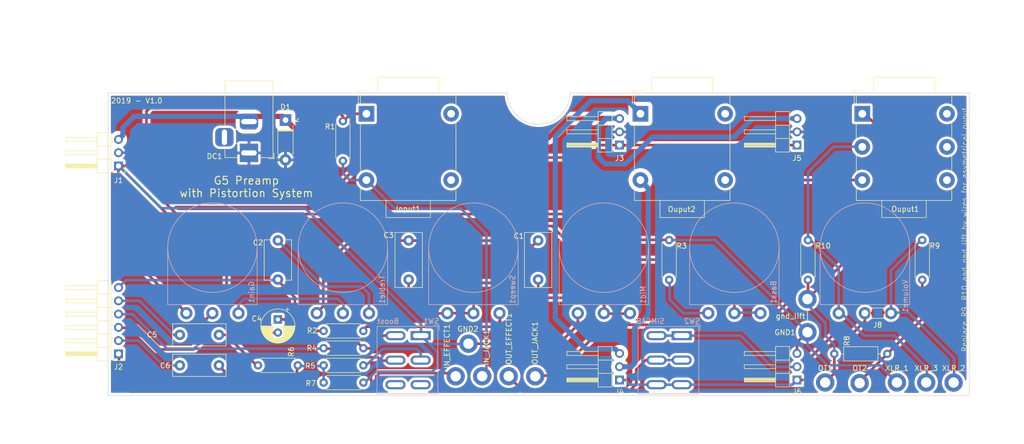
<source format=kicad_pcb>
(kicad_pcb (version 20171130) (host pcbnew "(5.1.0)-1")
  (layers (0 F.Cu signal) (31 B.Cu signal) (34 B.Paste user) (35 F.Paste user) (36 B.SilkS user) (37 F.SilkS user) (38 B.Mask user) (39 F.Mask user) (44 Edge.Cuts user))
  (net 0 "")
  (net 1 +24V)
  (net 2 GND)
  (net 3 "Net-(C1-Pad2)")
  (net 4 "Net-(C1-Pad1)")
  (net 5 "Net-(C2-Pad1)")
  (net 6 "Net-(C4-Pad1)")
  (net 7 "Net-(C5-Pad1)")
  (net 8 "Net-(C6-Pad2)")
  (net 9 "Net-(IN_JACK1-Pad1)")
  (net 10 "Net-(OUT_JACK1-Pad1)")
  (net 11 "Net-(R2-Pad2)")
  (net 12 "Net-(R5-Pad2)")
  (net 13 "Net-(Bass1-Pad1)")
  (net 14 "Net-(Bass1-Pad2)")
  (net 15 "Net-(OUT_EFFECT1-Pad1)")
  (net 16 "Net-(J4-Pad3)")
  (net 17 /SIMCAB_IN)
  (net 18 /SIMCAB_OUT)
  (net 19 "Net-(J4-Pad2)")
  (net 20 "Net-(Gain1-Pad3)")
  (net 21 "Net-(GND1-Pad1)")
  (net 22 "Net-(OT2-Pad1)")
  (net 23 /A_V1A)
  (net 24 /A_V1B)
  (net 25 /G_V2)
  (net 26 /G_V1B)
  (net 27 /IN_EFFECT)
  (net 28 /K_V1B)
  (net 29 "Net-(Ouput1-PadR)")
  (net 30 GNDS)
  (net 31 "Net-(J8-Pad1)")
  (module ProjectLib_main:SW_CK_Lever_DPDT_72xx (layer B.Cu) (at 139.9 148.5 180)
    (fp_text reference SW1 (at -2 2.75) (layer B.SilkS) (effects (justify mirror)))
    (fp_text value Boost (at 6.25 2.75) (layer B.SilkS) (effects (justify mirror)))
    (pad 4 thru_hole oval (at 4.83 0 180) (size 3.85 1.73) (drill oval 2.99 0.96) (layers *.Cu *.Mask) (net 6 "Net-(C4-Pad1)"))
    (pad 6 thru_hole oval (at 4.83 -9.4 180) (size 3.85 1.73) (drill oval 2.99 0.96) (layers *.Cu *.Mask))
    (pad 5 thru_hole oval (at 4.83 -4.7 180) (size 3.85 1.73) (drill oval 2.99 0.96) (layers *.Cu *.Mask) (net 28 /K_V1B))
    (pad 3 thru_hole oval (at 0 -9.4 180) (size 3.85 1.73) (drill oval 2.99 0.96) (layers *.Cu *.Mask))
    (pad 2 thru_hole oval (at 0 -4.7 180) (size 3.85 1.73) (drill oval 2.99 0.96) (layers *.Cu *.Mask) (net 12 "Net-(R5-Pad2)"))
    (pad 1 thru_hole rect (at 0 0 180) (size 3.85 1.73) (drill oval 2.99 0.96) (layers *.Cu *.Mask) (net 30 GNDS))
  )
  (module ProjectLib_main:SW_CK_Lever_DPDT_72xx (layer B.Cu) (at 189.9 148.5 180)
    (fp_text reference SW2 (at -2 2.75) (layer B.SilkS) (effects (justify mirror)))
    (fp_text value SIMCAB (at 6 2.75) (layer B.SilkS) (effects (justify mirror)))
    (pad 4 thru_hole oval (at 4.83 0 180) (size 3.85 1.73) (drill oval 2.99 0.96) (layers *.Cu *.Mask) (net 18 /SIMCAB_OUT))
    (pad 6 thru_hole oval (at 4.83 -9.4 180) (size 3.85 1.73) (drill oval 2.99 0.96) (layers *.Cu *.Mask) (net 17 /SIMCAB_IN))
    (pad 5 thru_hole oval (at 4.83 -4.7 180) (size 3.85 1.73) (drill oval 2.99 0.96) (layers *.Cu *.Mask) (net 15 "Net-(OUT_EFFECT1-Pad1)"))
    (pad 3 thru_hole oval (at 0 -9.4 180) (size 3.85 1.73) (drill oval 2.99 0.96) (layers *.Cu *.Mask) (net 17 /SIMCAB_IN))
    (pad 2 thru_hole oval (at 0 -4.7 180) (size 3.85 1.73) (drill oval 2.99 0.96) (layers *.Cu *.Mask) (net 15 "Net-(OUT_EFFECT1-Pad1)"))
    (pad 1 thru_hole rect (at 0 0 180) (size 3.85 1.73) (drill oval 2.99 0.96) (layers *.Cu *.Mask) (net 18 /SIMCAB_OUT))
  )
  (module ProjectLib_main:Jack_6.35mm_Neutrik_NMJ4HCD2_Horizontal (layer F.Cu) (at 129.5 118.7 90)
    (fp_text reference Input1 (at -5.5 8 180) (layer F.SilkS))
    (fp_text value Input)
    (pad TN thru_hole circle (at 0 16.23 90) (size 3 3) (drill 1.5) (layers *.Cu *.Mask))
    (pad SN thru_hole circle (at 12.7 16.23 90) (size 3 3) (drill 1.5) (layers *.Cu *.Mask))
    (pad T thru_hole circle (at 0 0 90) (size 3 3) (drill 1.5) (layers *.Cu *.Mask) (net 9 "Net-(IN_JACK1-Pad1)"))
    (pad S thru_hole rect (at 12.7 0 90) (size 3 3) (drill 1.5) (layers *.Cu *.Mask) (net 30 GNDS))
  )
  (module ProjectLib_main:Jack_6.35mm_Neutrik_NMJ4HCD2_Horizontal (layer F.Cu) (at 182 118.7 90)
    (fp_text reference Ouput2 (at -5.6 7.9 180) (layer F.SilkS))
    (fp_text value HP)
    (pad TN thru_hole circle (at 0 16.23 90) (size 3 3) (drill 1.5) (layers *.Cu *.Mask))
    (pad SN thru_hole circle (at 12.7 16.23 90) (size 3 3) (drill 1.5) (layers *.Cu *.Mask))
    (pad T thru_hole circle (at 0 0 90) (size 3 3) (drill 1.5) (layers *.Cu *.Mask) (net 19 "Net-(J4-Pad2)"))
    (pad S thru_hole rect (at 12.7 0 90) (size 3 3) (drill 1.5) (layers *.Cu *.Mask) (net 16 "Net-(J4-Pad3)"))
  )
  (module Capacitor_THT:C_Rect_L10.0mm_W4.0mm_P7.50mm_MKS4 (layer F.Cu) (at 101.25 148.35 180)
    (fp_text reference C5 (at 12.8 0 180) (layer F.SilkS))
    (fp_text value 22nF)
    (pad 2 thru_hole circle (at 7.5 0 180) (size 2 2) (drill 1) (layers *.Cu *.Mask) (net 24 /A_V1B))
    (pad 1 thru_hole circle (at 0 0 180) (size 2 2) (drill 1) (layers *.Cu *.Mask) (net 7 "Net-(C5-Pad1)"))
  )
  (module Capacitor_THT:C_Rect_L10.0mm_W4.0mm_P7.50mm_MKS4 (layer F.Cu) (at 93.75 154.2)
    (fp_text reference C6 (at -2.8 0.05) (layer F.SilkS))
    (fp_text value 22nF)
    (pad 2 thru_hole circle (at 7.5 0) (size 2 2) (drill 1) (layers *.Cu *.Mask) (net 8 "Net-(C6-Pad2)"))
    (pad 1 thru_hole circle (at 0 0) (size 2 2) (drill 1) (layers *.Cu *.Mask) (net 25 /G_V2))
  )
  (module Capacitor_THT:C_Rect_L10.3mm_W5.0mm_P7.50mm_MKS4 (layer F.Cu) (at 162.4 130.265 270)
    (fp_text reference C1 (at -0.85 3.7) (layer F.SilkS))
    (fp_text value 47nF)
    (pad 2 thru_hole circle (at 7.5 0 270) (size 2 2) (drill 1) (layers *.Cu *.Mask) (net 3 "Net-(C1-Pad2)"))
    (pad 1 thru_hole circle (at 0 0 270) (size 2 2) (drill 1) (layers *.Cu *.Mask) (net 4 "Net-(C1-Pad1)"))
  )
  (module Capacitor_THT:C_Rect_L10.3mm_W5.0mm_P7.50mm_MKS4 (layer F.Cu) (at 137.6 130.265 270)
    (fp_text reference C3 (at -1 3.85 180) (layer F.SilkS))
    (fp_text value 100nF)
    (pad 2 thru_hole circle (at 7.5 0 270) (size 2 2) (drill 1) (layers *.Cu *.Mask) (net 4 "Net-(C1-Pad1)"))
    (pad 1 thru_hole circle (at 0 0 270) (size 2 2) (drill 1) (layers *.Cu *.Mask) (net 14 "Net-(Bass1-Pad2)"))
  )
  (module Capacitor_THT:CP_Radial_D6.3mm_P2.50mm (layer F.Cu) (at 112.54 145.41 270)
    (fp_text reference C4 (at -0.15 4.05) (layer F.SilkS))
    (fp_text value 22µF/35V)
    (pad 2 thru_hole circle (at 2.5 0 270) (size 1.6 1.6) (drill 0.8) (layers *.Cu *.Mask) (net 30 GNDS))
    (pad 1 thru_hole rect (at 0 0 270) (size 1.6 1.6) (drill 0.8) (layers *.Cu *.Mask) (net 6 "Net-(C4-Pad1)"))
  )
  (module Potentiometer_THT:Potentiometer_Omeg_PC16BU_Vertical (layer B.Cu) (at 95 144.2 90)
    (fp_text reference Gain1 (at 4 12.5 90) (layer B.SilkS) (effects (justify mirror)))
    (fp_text value "1M log")
    (pad 3 thru_hole circle (at 0 10 90) (size 2.34 2.34) (drill 1.3) (layers *.Cu *.Mask) (net 20 "Net-(Gain1-Pad3)"))
    (pad 2 thru_hole circle (at 0 5 90) (size 2.34 2.34) (drill 1.3) (layers *.Cu *.Mask) (net 26 /G_V1B))
    (pad 1 thru_hole circle (at 0 0 90) (size 2.34 2.34) (drill 1.3) (layers *.Cu *.Mask) (net 30 GNDS))
  )
  (module Potentiometer_THT:Potentiometer_Omeg_PC16BU_Vertical (layer B.Cu) (at 145 144.2 90)
    (fp_text reference Sweep1 (at 4.5 12.5 90) (layer B.SilkS) (effects (justify mirror)))
    (fp_text value "50k lin")
    (pad 3 thru_hole circle (at 0 10 90) (size 2.34 2.34) (drill 1.3) (layers *.Cu *.Mask) (net 11 "Net-(R2-Pad2)"))
    (pad 2 thru_hole circle (at 0 5 90) (size 2.34 2.34) (drill 1.3) (layers *.Cu *.Mask) (net 4 "Net-(C1-Pad1)"))
    (pad 1 thru_hole circle (at 0 0 90) (size 2.34 2.34) (drill 1.3) (layers *.Cu *.Mask) (net 4 "Net-(C1-Pad1)"))
  )
  (module Potentiometer_THT:Potentiometer_Omeg_PC16BU_Vertical (layer B.Cu) (at 170 144.2 90)
    (fp_text reference Mid1 (at 3.5 12.5 90) (layer B.SilkS) (effects (justify mirror)))
    (fp_text value "100k log")
    (pad 3 thru_hole circle (at 0 10 90) (size 2.34 2.34) (drill 1.3) (layers *.Cu *.Mask) (net 3 "Net-(C1-Pad2)"))
    (pad 2 thru_hole circle (at 0 5 90) (size 2.34 2.34) (drill 1.3) (layers *.Cu *.Mask) (net 3 "Net-(C1-Pad2)"))
    (pad 1 thru_hole circle (at 0 0 90) (size 2.34 2.34) (drill 1.3) (layers *.Cu *.Mask) (net 30 GNDS))
  )
  (module Potentiometer_THT:Potentiometer_Omeg_PC16BU_Vertical (layer B.Cu) (at 120 144.2 90)
    (fp_text reference Treble1 (at 4.5 12.5 90) (layer B.SilkS) (effects (justify mirror)))
    (fp_text value "250k lin")
    (pad 3 thru_hole circle (at 0 10 90) (size 2.34 2.34) (drill 1.3) (layers *.Cu *.Mask) (net 5 "Net-(C2-Pad1)"))
    (pad 2 thru_hole circle (at 0 5 90) (size 2.34 2.34) (drill 1.3) (layers *.Cu *.Mask) (net 20 "Net-(Gain1-Pad3)"))
    (pad 1 thru_hole circle (at 0 0 90) (size 2.34 2.34) (drill 1.3) (layers *.Cu *.Mask) (net 14 "Net-(Bass1-Pad2)"))
  )
  (module Potentiometer_THT:Potentiometer_Omeg_PC16BU_Vertical (layer B.Cu) (at 195 144.2 90)
    (fp_text reference Bass1 (at 4 12.5 90) (layer B.SilkS) (effects (justify mirror)))
    (fp_text value "250k log")
    (pad 3 thru_hole circle (at 0 10 90) (size 2.34 2.34) (drill 1.3) (layers *.Cu *.Mask) (net 14 "Net-(Bass1-Pad2)"))
    (pad 2 thru_hole circle (at 0 5 90) (size 2.34 2.34) (drill 1.3) (layers *.Cu *.Mask) (net 14 "Net-(Bass1-Pad2)"))
    (pad 1 thru_hole circle (at 0 0 90) (size 2.34 2.34) (drill 1.3) (layers *.Cu *.Mask) (net 13 "Net-(Bass1-Pad1)"))
  )
  (module Potentiometer_THT:Potentiometer_Omeg_PC16BU_Vertical (layer B.Cu) (at 220 144.2 90)
    (fp_text reference Volume1 (at 3.25 12.75 90) (layer B.SilkS) (effects (justify mirror)))
    (fp_text value 1k)
    (pad 3 thru_hole circle (at 0 10 90) (size 2.34 2.34) (drill 1.3) (layers *.Cu *.Mask) (net 31 "Net-(J8-Pad1)"))
    (pad 2 thru_hole circle (at 0 5 90) (size 2.34 2.34) (drill 1.3) (layers *.Cu *.Mask) (net 17 /SIMCAB_IN))
    (pad 1 thru_hole circle (at 0 0 90) (size 2.34 2.34) (drill 1.3) (layers *.Cu *.Mask) (net 29 "Net-(Ouput1-PadR)"))
  )
  (module Connector_Audio:Jack_3.5mm_Neutrik_NMJ6HCD2_Horizontal (layer F.Cu) (at 224.5 118.7 90)
    (fp_text reference Ouput1 (at -5.55 8.25 180) (layer F.SilkS))
    (fp_text value Out)
    (pad S thru_hole rect (at 12.7 0 90) (size 3 3) (drill 1.5) (layers *.Cu *.Mask) (net 21 "Net-(GND1-Pad1)"))
    (pad T thru_hole circle (at 0 0 90) (size 3 3) (drill 1.5) (layers *.Cu *.Mask) (net 10 "Net-(OUT_JACK1-Pad1)"))
    (pad R thru_hole circle (at 6.35 0 90) (size 3 3) (drill 1.5) (layers *.Cu *.Mask) (net 29 "Net-(Ouput1-PadR)"))
    (pad SN thru_hole circle (at 12.7 16.23 90) (size 3 3) (drill 1.5) (layers *.Cu *.Mask))
    (pad TN thru_hole circle (at 0 16.23 90) (size 3 3) (drill 1.5) (layers *.Cu *.Mask))
    (pad RN thru_hole circle (at 6.35 16.23 90) (size 3 3) (drill 1.5) (layers *.Cu *.Mask))
  )
  (module Diode_THT:D_DO-41_SOD81_P7.62mm_Horizontal (layer F.Cu) (at 114 107.2 270)
    (fp_text reference D1 (at -2.5 0) (layer F.SilkS))
    (fp_text value 1N4007)
    (fp_text user K (at 0 -2.1 270) (layer F.SilkS))
    (pad 1 thru_hole rect (at 0 0 270) (size 2.2 2.2) (drill 1.1) (layers *.Cu *.Mask) (net 1 +24V))
    (pad 2 thru_hole oval (at 7.62 0 270) (size 2.2 2.2) (drill 1.1) (layers *.Cu *.Mask) (net 2 GND))
  )
  (module Connector_Wire:SolderWirePad_1x01_Drill2mm (layer F.Cu) (at 224 157.6)
    (fp_text reference OT2 (at 0 -2.85) (layer F.SilkS))
    (fp_text value 125A)
    (pad 1 thru_hole circle (at 0 0) (size 3.5 3.5) (drill 2) (layers *.Cu *.Mask) (net 22 "Net-(OT2-Pad1)"))
  )
  (module Connector_Wire:SolderWirePad_1x01_Drill2mm (layer F.Cu) (at 217.4 157.48)
    (fp_text reference OT1 (at 0 -2.73) (layer F.SilkS))
    (fp_text value 125A)
    (pad 1 thru_hole circle (at 0 0) (size 3.5 3.5) (drill 2) (layers *.Cu *.Mask) (net 21 "Net-(GND1-Pad1)"))
  )
  (module Connector_BarrelJack:BarrelJack_Horizontal (layer F.Cu) (at 107 113.5 270)
    (fp_text reference DC1 (at 0.65 6.6) (layer F.SilkS))
    (fp_text value Barrel_Jack)
    (pad 1 thru_hole rect (at 0 0 270) (size 3.5 3.5) (drill oval 1 3) (layers *.Cu *.Mask) (net 2 GND))
    (pad 2 thru_hole roundrect (at -6 0 270) (size 3 3.5) (drill oval 1 3) (layers *.Cu *.Mask) (net 1 +24V))
    (pad 3 thru_hole roundrect (at -3 4.7 270) (size 3.5 3.5) (drill oval 3 1) (layers *.Cu *.Mask))
  )
  (module Connector_Wire:SolderWirePad_1x02_P7.62mm_Drill2mm (layer F.Cu) (at 214 141.5 270)
    (fp_text reference GND1 (at 6.4 4.3) (layer F.SilkS))
    (fp_text value GND)
    (pad 1 thru_hole circle (at 0 0 270) (size 3.5 3.5) (drill 2) (layers *.Cu *.Mask) (net 21 "Net-(GND1-Pad1)"))
    (pad 2 thru_hole circle (at 6.35 0 270) (size 3.5 3.5) (drill 2) (layers *.Cu *.Mask) (net 30 GNDS))
  )
  (module Connector_Wire:SolderWirePad_1x01_Drill2mm (layer F.Cu) (at 231.14 157.48)
    (fp_text reference XLR_1 (at 0 -2.73) (layer F.SilkS))
    (fp_text value 1)
    (pad 1 thru_hole circle (at 0 0) (size 3.5 3.5) (drill 2) (layers *.Cu *.Mask) (net 30 GNDS))
  )
  (module Connector_Wire:SolderWirePad_1x01_Drill2mm (layer F.Cu) (at 242 157.5)
    (fp_text reference XLR_2 (at 0 -2.75) (layer F.SilkS))
    (fp_text value 2)
    (pad 1 thru_hole circle (at 0 0) (size 3.5 3.5) (drill 2) (layers *.Cu *.Mask) (net 31 "Net-(J8-Pad1)"))
  )
  (module Connector_Wire:SolderWirePad_1x01_Drill2mm (layer F.Cu) (at 236.75 157.48)
    (fp_text reference XLR_3 (at 0 -2.73) (layer F.SilkS))
    (fp_text value 3)
    (pad 1 thru_hole circle (at 0 0) (size 3.5 3.5) (drill 2) (layers *.Cu *.Mask) (net 29 "Net-(Ouput1-PadR)"))
  )
  (module Capacitor_THT:C_Disc_D7.5mm_W5.0mm_P7.50mm (layer F.Cu) (at 112.54 130.26 270)
    (fp_text reference C2 (at 0.43 3.8) (layer F.SilkS))
    (fp_text value 250pF)
    (pad 1 thru_hole circle (at 0 0 270) (size 2 2) (drill 1) (layers *.Cu *.Mask) (net 5 "Net-(C2-Pad1)"))
    (pad 2 thru_hole circle (at 7.5 0 270) (size 2 2) (drill 1) (layers *.Cu *.Mask) (net 23 /A_V1A))
  )
  (module Jumper:SolderJumper-2_P1.3mm_Open_Pad1.0x1.5mm (layer F.Cu) (at 227.45 144.2 180)
    (fp_text reference J8 (at 0 -2.25 180) (layer F.SilkS))
    (fp_text value "LEVEL 3-2")
    (pad 2 smd rect (at 0.65 0 180) (size 1 1.5) (layers F.Cu F.Mask) (net 17 /SIMCAB_IN))
    (pad 1 smd rect (at -0.65 0 180) (size 1 1.5) (layers F.Cu F.Mask) (net 31 "Net-(J8-Pad1)"))
  )
  (module Resistor_THT:R_Axial_DIN0207_L6.3mm_D2.5mm_P7.62mm_Horizontal (layer F.Cu) (at 125 115.02 90)
    (fp_text reference R1 (at 6.55 -2.46 180) (layer F.SilkS))
    (fp_text value 1M)
    (pad 1 thru_hole circle (at 0 0 90) (size 1.6 1.6) (drill 0.8) (layers *.Cu *.Mask) (net 9 "Net-(IN_JACK1-Pad1)"))
    (pad 2 thru_hole oval (at 7.62 0 90) (size 1.6 1.6) (drill 0.8) (layers *.Cu *.Mask) (net 30 GNDS))
  )
  (module Resistor_THT:R_Axial_DIN0207_L6.3mm_D2.5mm_P7.62mm_Horizontal (layer F.Cu) (at 121.3 147.6)
    (fp_text reference R2 (at -2.2 -0.05) (layer F.SilkS))
    (fp_text value 47k)
    (pad 1 thru_hole circle (at 0 0) (size 1.6 1.6) (drill 0.8) (layers *.Cu *.Mask) (net 23 /A_V1A))
    (pad 2 thru_hole oval (at 7.62 0) (size 1.6 1.6) (drill 0.8) (layers *.Cu *.Mask) (net 11 "Net-(R2-Pad2)"))
  )
  (module Resistor_THT:R_Axial_DIN0207_L6.3mm_D2.5mm_P7.62mm_Horizontal (layer F.Cu) (at 187.5 137.82 90)
    (fp_text reference R3 (at 6.5 2.4 180) (layer F.SilkS))
    (fp_text value 15k)
    (pad 1 thru_hole circle (at 0 0 90) (size 1.6 1.6) (drill 0.8) (layers *.Cu *.Mask) (net 13 "Net-(Bass1-Pad1)"))
    (pad 2 thru_hole oval (at 7.62 0 90) (size 1.6 1.6) (drill 0.8) (layers *.Cu *.Mask) (net 30 GNDS))
  )
  (module Resistor_THT:R_Axial_DIN0207_L6.3mm_D2.5mm_P7.62mm_Horizontal (layer F.Cu) (at 121.3 150.9)
    (fp_text reference R4 (at -2.25 0) (layer F.SilkS))
    (fp_text value 100k)
    (pad 2 thru_hole oval (at 7.62 0) (size 1.6 1.6) (drill 0.8) (layers *.Cu *.Mask) (net 6 "Net-(C4-Pad1)"))
    (pad 1 thru_hole circle (at 0 0) (size 1.6 1.6) (drill 0.8) (layers *.Cu *.Mask) (net 28 /K_V1B))
  )
  (module Resistor_THT:R_Axial_DIN0207_L6.3mm_D2.5mm_P7.62mm_Horizontal (layer F.Cu) (at 121.3 154.2)
    (fp_text reference R5 (at -2.55 0.1) (layer F.SilkS))
    (fp_text value 100k)
    (pad 1 thru_hole circle (at 0 0) (size 1.6 1.6) (drill 0.8) (layers *.Cu *.Mask) (net 8 "Net-(C6-Pad2)"))
    (pad 2 thru_hole oval (at 7.62 0) (size 1.6 1.6) (drill 0.8) (layers *.Cu *.Mask) (net 12 "Net-(R5-Pad2)"))
  )
  (module Resistor_THT:R_Axial_DIN0207_L6.3mm_D2.5mm_P7.62mm_Horizontal (layer F.Cu) (at 108.73 154.2)
    (fp_text reference R6 (at 6.35 -2.6 -270) (layer F.SilkS))
    (fp_text value 470k)
    (pad 2 thru_hole oval (at 7.62 0) (size 1.6 1.6) (drill 0.8) (layers *.Cu *.Mask) (net 8 "Net-(C6-Pad2)"))
    (pad 1 thru_hole circle (at 0 0) (size 1.6 1.6) (drill 0.8) (layers *.Cu *.Mask) (net 7 "Net-(C5-Pad1)"))
  )
  (module Resistor_THT:R_Axial_DIN0207_L6.3mm_D2.5mm_P7.62mm_Horizontal (layer F.Cu) (at 121.3 157.5)
    (fp_text reference R7 (at -2.45 0.15) (layer F.SilkS))
    (fp_text value 470k)
    (pad 2 thru_hole oval (at 7.62 0) (size 1.6 1.6) (drill 0.8) (layers *.Cu *.Mask) (net 30 GNDS))
    (pad 1 thru_hole circle (at 0 0) (size 1.6 1.6) (drill 0.8) (layers *.Cu *.Mask) (net 8 "Net-(C6-Pad2)"))
  )
  (module Resistor_THT:R_Axial_DIN0207_L6.3mm_D2.5mm_P10.16mm_Horizontal (layer F.Cu) (at 229.3 152 180)
    (fp_text reference R8 (at 7.75 2.5 270) (layer F.SilkS))
    (fp_text value 100R/2W)
    (pad 1 thru_hole circle (at 0 0 180) (size 1.6 1.6) (drill 0.8) (layers *.Cu *.Mask) (net 22 "Net-(OT2-Pad1)"))
    (pad 2 thru_hole oval (at 10.16 0 180) (size 1.6 1.6) (drill 0.8) (layers *.Cu *.Mask) (net 21 "Net-(GND1-Pad1)"))
  )
  (module Resistor_THT:R_Axial_DIN0207_L6.3mm_D2.5mm_P7.62mm_Horizontal (layer F.Cu) (at 236 130.2 270)
    (fp_text reference R9 (at 1.1 -2.4) (layer F.SilkS))
    (fp_text value 330R)
    (pad 2 thru_hole oval (at 7.62 0 270) (size 1.6 1.6) (drill 0.8) (layers *.Cu *.Mask) (net 22 "Net-(OT2-Pad1)"))
    (pad 1 thru_hole circle (at 0 0 270) (size 1.6 1.6) (drill 0.8) (layers *.Cu *.Mask) (net 31 "Net-(J8-Pad1)"))
  )
  (module Resistor_THT:R_Axial_DIN0207_L6.3mm_D2.5mm_P7.62mm_Horizontal (layer F.Cu) (at 214.1 130.2 270)
    (fp_text reference R10 (at 1.1 -2.9) (layer F.SilkS))
    (fp_text value 330R)
    (pad 1 thru_hole circle (at 0 0 270) (size 1.6 1.6) (drill 0.8) (layers *.Cu *.Mask) (net 29 "Net-(Ouput1-PadR)"))
    (pad 2 thru_hole oval (at 7.62 0 270) (size 1.6 1.6) (drill 0.8) (layers *.Cu *.Mask) (net 21 "Net-(GND1-Pad1)"))
  )
  (module Connector_Wire:SolderWirePad_1x01_Drill2mm (layer F.Cu) (at 146.6 156.3 90)
    (fp_text reference IN_EFFECT1 (at 5.75 -1.65 90) (layer F.SilkS))
    (fp_text value IN_EFFECT)
    (pad 1 thru_hole circle (at 0 0 90) (size 3.5 3.5) (drill 2) (layers *.Cu *.Mask) (net 27 /IN_EFFECT))
  )
  (module Connector_Wire:SolderWirePad_1x01_Drill2mm (layer F.Cu) (at 151.1 156.28)
    (fp_text reference IN_JACK1 (at 1.4 -5.48 90) (layer F.SilkS))
    (fp_text value IN_JACK)
    (pad 1 thru_hole circle (at 0.58 0) (size 3.5 3.5) (drill 2) (layers *.Cu *.Mask) (net 9 "Net-(IN_JACK1-Pad1)"))
  )
  (module Connector_Wire:SolderWirePad_1x01_Drill2mm (layer F.Cu) (at 155.6 156.28)
    (fp_text reference OUT_EFFECT1 (at 1.2 -7.18 90) (layer F.SilkS))
    (fp_text value 1)
    (pad 1 thru_hole circle (at 1.16 0) (size 3.5 3.5) (drill 2) (layers *.Cu *.Mask) (net 15 "Net-(OUT_EFFECT1-Pad1)"))
  )
  (module Connector_Wire:SolderWirePad_1x01_Drill2mm (layer F.Cu) (at 160.1 156.3)
    (fp_text reference OUT_JACK1 (at 1.7 -6.4 90) (layer F.SilkS))
    (fp_text value 1)
    (pad 1 thru_hole circle (at 1.74 0) (size 3.5 3.5) (drill 2) (layers *.Cu *.Mask) (net 10 "Net-(OUT_JACK1-Pad1)"))
  )
  (module Connector_PinHeader_2.54mm:PinHeader_1x03_P2.54mm_Horizontal (layer F.Cu) (at 82 116 180)
    (fp_text reference J1 (at 0 -2.75 180) (layer F.SilkS))
    (fp_text value PSU_TUBE)
    (pad 1 thru_hole rect (at 0 0 180) (size 1.7 1.7) (drill 1) (layers *.Cu *.Mask) (net 30 GNDS))
    (pad 2 thru_hole oval (at 0 2.54 180) (size 1.7 1.7) (drill 1) (layers *.Cu *.Mask) (net 2 GND))
    (pad 3 thru_hole oval (at 0 5.08 180) (size 1.7 1.7) (drill 1) (layers *.Cu *.Mask) (net 1 +24V))
  )
  (module Connector_PinHeader_2.54mm:PinHeader_1x03_P2.54mm_Horizontal (layer F.Cu) (at 178 112 180)
    (fp_text reference J3 (at 0 -2.5 180) (layer F.SilkS))
    (fp_text value PSU_AMP)
    (pad 3 thru_hole oval (at 0 5.08 180) (size 1.7 1.7) (drill 1) (layers *.Cu *.Mask) (net 1 +24V))
    (pad 2 thru_hole oval (at 0 2.54 180) (size 1.7 1.7) (drill 1) (layers *.Cu *.Mask) (net 2 GND))
    (pad 1 thru_hole rect (at 0 0 180) (size 1.7 1.7) (drill 1) (layers *.Cu *.Mask) (net 30 GNDS))
  )
  (module Connector_PinHeader_2.54mm:PinHeader_1x03_P2.54mm_Horizontal (layer F.Cu) (at 212 112 180)
    (fp_text reference J5 (at 0 -2.5 180) (layer F.SilkS))
    (fp_text value PSU_SIMCAB)
    (pad 1 thru_hole rect (at 0 0 180) (size 1.7 1.7) (drill 1) (layers *.Cu *.Mask) (net 30 GNDS))
    (pad 2 thru_hole oval (at 0 2.54 180) (size 1.7 1.7) (drill 1) (layers *.Cu *.Mask) (net 2 GND))
    (pad 3 thru_hole oval (at 0 5.08 180) (size 1.7 1.7) (drill 1) (layers *.Cu *.Mask) (net 1 +24V))
  )
  (module Connector_PinHeader_2.54mm:PinHeader_1x06_P2.54mm_Horizontal (layer F.Cu) (at 82 152 180)
    (fp_text reference J2 (at 0 -2.5 180) (layer F.SilkS))
    (fp_text value PCB_TUBE)
    (pad 1 thru_hole rect (at 0 0 180) (size 1.7 1.7) (drill 1) (layers *.Cu *.Mask) (net 27 /IN_EFFECT))
    (pad 2 thru_hole oval (at 0 2.54 180) (size 1.7 1.7) (drill 1) (layers *.Cu *.Mask) (net 25 /G_V2))
    (pad 3 thru_hole oval (at 0 5.08 180) (size 1.7 1.7) (drill 1) (layers *.Cu *.Mask) (net 26 /G_V1B))
    (pad 4 thru_hole oval (at 0 7.62 180) (size 1.7 1.7) (drill 1) (layers *.Cu *.Mask) (net 28 /K_V1B))
    (pad 5 thru_hole oval (at 0 10.16 180) (size 1.7 1.7) (drill 1) (layers *.Cu *.Mask) (net 24 /A_V1B))
    (pad 6 thru_hole oval (at 0 12.7 180) (size 1.7 1.7) (drill 1) (layers *.Cu *.Mask) (net 23 /A_V1A))
  )
  (module Connector_PinHeader_2.54mm:PinHeader_1x03_P2.54mm_Horizontal (layer F.Cu) (at 212 157 180)
    (fp_text reference J6 (at 0 -2.27 180) (layer F.SilkS))
    (fp_text value SIMCAB)
    (pad 1 thru_hole rect (at 0 0 180) (size 1.7 1.7) (drill 1) (layers *.Cu *.Mask) (net 17 /SIMCAB_IN))
    (pad 2 thru_hole oval (at 0 2.54 180) (size 1.7 1.7) (drill 1) (layers *.Cu *.Mask) (net 18 /SIMCAB_OUT))
    (pad 3 thru_hole oval (at 0 5.08 180) (size 1.7 1.7) (drill 1) (layers *.Cu *.Mask) (net 30 GNDS))
  )
  (module Connector_PinHeader_2.54mm:PinHeader_1x03_P2.54mm_Horizontal (layer F.Cu) (at 178 157 180)
    (fp_text reference J4 (at 0 -2.27 180) (layer F.SilkS))
    (fp_text value AMP)
    (pad 3 thru_hole oval (at 0 5.08 180) (size 1.7 1.7) (drill 1) (layers *.Cu *.Mask) (net 16 "Net-(J4-Pad3)"))
    (pad 2 thru_hole oval (at 0 2.54 180) (size 1.7 1.7) (drill 1) (layers *.Cu *.Mask) (net 19 "Net-(J4-Pad2)"))
    (pad 1 thru_hole rect (at 0 0 180) (size 1.7 1.7) (drill 1) (layers *.Cu *.Mask) (net 17 /SIMCAB_IN))
  )
  (module Connector_Wire:SolderWirePad_1x01_Drill2mm (layer F.Cu) (at 149.05 150.05)
    (fp_text reference GND2 (at -0.1 -2.8) (layer F.SilkS))
    (fp_text value MASSE)
    (pad 1 thru_hole circle (at 0 0) (size 3.5 3.5) (drill 2) (layers *.Cu *.Mask) (net 30 GNDS))
  )
  (gr_text "2019 - V1.0" (at 85.5 103.5) (layer F.SilkS) (effects (font (size 1 1))))
  (gr_text "G5 Preamp\nwith Pistortion System" (at 106.5 120) (layer F.SilkS) (effects (font (size 1.5 1.5) (thickness 0.2))))
  (gr_text "Replace R9, R10 and gnd_lift by wires for asymetrical ouput" (at 244.1 128.2 90) (layer F.SilkS) (effects (font (size 1 1) (thickness 0.1))))
  (gr_text gnd_lift (at 210.75 144.75) (layer F.SilkS) (effects (font (size 1 1))))
  (gr_line (start 214 143.5) (end 214 145.75) (layer F.SilkS) (width 0.15))
  (gr_arc (start 162.5 102) (end 156.5 102) (angle -180) (layer Edge.Cuts) (width 0.1))
  (gr_line (start 80 102) (end 156.5 102) (layer Edge.Cuts) (width 0.1))
  (gr_line (start 80 160) (end 80 102) (layer Edge.Cuts) (width 0.1))
  (gr_line (start 245 102) (end 168.5 102) (layer Edge.Cuts) (width 0.1))
  (gr_line (start 245 160) (end 245 102) (layer Edge.Cuts) (width 0.1))
  (gr_line (start 80 160) (end 245 160) (layer Edge.Cuts) (width 0.1))
  (segment (start 82.849999 110.070001) (end 82 110.92) (width 1) (layer B.Cu) (net 1))
  (segment (start 82.849999 108.650001) (end 82.849999 110.070001) (width 1) (layer B.Cu) (net 1))
  (segment (start 85 106.5) (end 82.849999 108.650001) (width 1) (layer B.Cu) (net 1))
  (segment (start 108 106.6) (end 107.9 106.5) (width 1) (layer B.Cu) (net 1))
  (segment (start 107.9 106.5) (end 85 106.5) (width 1) (layer B.Cu) (net 1))
  (segment (start 175.45 106.9) (end 178.1 106.9) (width 1) (layer B.Cu) (net 1))
  (segment (start 173.95 108.4) (end 175.45 106.9) (width 1) (layer B.Cu) (net 1))
  (segment (start 173.95 114.3) (end 173.95 108.4) (width 1) (layer B.Cu) (net 1))
  (segment (start 203.5 106.9) (end 199.95 110.45) (width 1) (layer B.Cu) (net 1))
  (segment (start 212 106.9) (end 203.5 106.9) (width 1) (layer B.Cu) (net 1))
  (segment (start 199.95 110.45) (end 184.3 110.45) (width 1) (layer B.Cu) (net 1))
  (segment (start 184.3 110.45) (end 179.15 115.6) (width 1) (layer B.Cu) (net 1))
  (segment (start 179.15 115.6) (end 175.25 115.6) (width 1) (layer B.Cu) (net 1))
  (segment (start 175.25 115.6) (end 173.95 114.3) (width 1) (layer B.Cu) (net 1))
  (segment (start 164.357954 110.6) (end 168.057954 106.9) (width 1) (layer F.Cu) (net 1))
  (segment (start 168.057954 106.9) (end 178.1 106.9) (width 1) (layer F.Cu) (net 1))
  (segment (start 113.4 106.5) (end 117.5 110.6) (width 1) (layer F.Cu) (net 1))
  (segment (start 108 106.6) (end 108.1 106.5) (width 1) (layer F.Cu) (net 1))
  (segment (start 108.1 106.5) (end 113.4 106.5) (width 1) (layer F.Cu) (net 1))
  (segment (start 117.5 110.6) (end 164.357954 110.6) (width 1) (layer F.Cu) (net 1))
  (segment (start 162.415647 137.884353) (end 162.45 137.85) (width 0.5) (layer F.Cu) (net 3))
  (segment (start 162.415647 140.525647) (end 162.415647 137.884353) (width 0.5) (layer F.Cu) (net 3))
  (segment (start 175.2 144.3) (end 175.1 144.2) (width 0.5) (layer F.Cu) (net 3))
  (segment (start 180 144.3) (end 175.2 144.3) (width 0.5) (layer F.Cu) (net 3))
  (segment (start 175.1 144.2) (end 175.1 142.8) (width 0.5) (layer F.Cu) (net 3))
  (segment (start 175.1 142.8) (end 173.55 141.25) (width 0.5) (layer F.Cu) (net 3))
  (segment (start 173.55 141.25) (end 163.14 141.25) (width 0.5) (layer F.Cu) (net 3))
  (segment (start 163.14 141.25) (end 162.415647 140.525647) (width 0.5) (layer F.Cu) (net 3))
  (segment (start 145 144.2) (end 150 144.2) (width 0.5) (layer F.Cu) (net 4))
  (segment (start 144.904186 144.254186) (end 144.95 144.3) (width 0.5) (layer F.Cu) (net 4))
  (segment (start 141.104186 144.254186) (end 144.904186 144.254186) (width 0.5) (layer F.Cu) (net 4))
  (segment (start 137.6 137.765) (end 137.6 140.75) (width 0.5) (layer F.Cu) (net 4))
  (segment (start 137.6 140.75) (end 141.104186 144.254186) (width 0.5) (layer F.Cu) (net 4))
  (segment (start 150.05 139.09) (end 150.05 144.15) (width 0.5) (layer F.Cu) (net 4))
  (segment (start 150.74 138.4) (end 150.05 139.09) (width 0.5) (layer F.Cu) (net 4))
  (segment (start 162.4 130.2) (end 154.2 138.4) (width 0.5) (layer F.Cu) (net 4))
  (segment (start 154.2 138.4) (end 150.74 138.4) (width 0.5) (layer F.Cu) (net 4))
  (segment (start 130 140.55) (end 130 144.15) (width 0.5) (layer B.Cu) (net 5))
  (segment (start 128.55 139.1) (end 130 140.55) (width 0.5) (layer B.Cu) (net 5))
  (segment (start 112.32 130.1) (end 121.32 139.1) (width 0.5) (layer B.Cu) (net 5))
  (segment (start 121.32 139.1) (end 128.55 139.1) (width 0.5) (layer B.Cu) (net 5))
  (segment (start 130.25 150.95) (end 131.6 149.6) (width 0.5) (layer F.Cu) (net 6))
  (segment (start 128.87 150.95) (end 130.25 150.95) (width 0.5) (layer F.Cu) (net 6))
  (segment (start 135.4 148.5) (end 135.6 148.7) (width 0.5) (layer B.Cu) (net 6))
  (segment (start 131.6 149.6) (end 132.7 148.5) (width 0.5) (layer F.Cu) (net 6))
  (segment (start 132.7 148.5) (end 135.4 148.5) (width 0.5) (layer F.Cu) (net 6))
  (segment (start 127.25 149.3) (end 128.85 150.9) (width 0.5) (layer F.Cu) (net 6))
  (segment (start 117.734002 149.3) (end 127.25 149.3) (width 0.5) (layer F.Cu) (net 6))
  (segment (start 112.4 145.41) (end 113.844002 145.41) (width 0.5) (layer F.Cu) (net 6))
  (segment (start 113.844002 145.41) (end 117.734002 149.3) (width 0.5) (layer F.Cu) (net 6))
  (segment (start 102.6 148.35) (end 108.6 154.35) (width 0.5) (layer F.Cu) (net 7))
  (segment (start 101.25 148.35) (end 102.6 148.35) (width 0.5) (layer F.Cu) (net 7))
  (segment (start 121.3 157.45) (end 121.3 154.45) (width 0.5) (layer B.Cu) (net 8))
  (segment (start 121.3 154.333332) (end 116.216668 154.333332) (width 0.5) (layer B.Cu) (net 8))
  (segment (start 101.25 154.3) (end 102.249999 155.299999) (width 0.5) (layer F.Cu) (net 8))
  (segment (start 102.249999 155.299999) (end 103.8 156.85) (width 0.5) (layer F.Cu) (net 8))
  (segment (start 103.8 156.85) (end 114.95 156.85) (width 0.5) (layer F.Cu) (net 8))
  (segment (start 114.95 156.85) (end 116.2 155.6) (width 0.5) (layer F.Cu) (net 8))
  (segment (start 116.2 155.6) (end 116.2 154.35) (width 0.5) (layer F.Cu) (net 8))
  (segment (start 127.37868 118.7) (end 129.5 118.7) (width 0.5) (layer B.Cu) (net 9))
  (segment (start 126.31863 118.7) (end 127.37868 118.7) (width 0.5) (layer B.Cu) (net 9))
  (segment (start 125 115.1) (end 125 117.38137) (width 0.5) (layer B.Cu) (net 9))
  (segment (start 125 117.38137) (end 126.31863 118.7) (width 0.5) (layer B.Cu) (net 9))
  (segment (start 151.7 156.3) (end 152.5 155.5) (width 0.5) (layer B.Cu) (net 9))
  (segment (start 147.6 124.15) (end 134.95 124.15) (width 0.5) (layer B.Cu) (net 9))
  (segment (start 129.4 119) (end 129.4 118.7) (width 0.5) (layer B.Cu) (net 9))
  (segment (start 152.5 155.5) (end 152.5 129.05) (width 0.5) (layer B.Cu) (net 9))
  (segment (start 134.95 124.15) (end 129.8 119) (width 0.5) (layer B.Cu) (net 9))
  (segment (start 152.5 129.05) (end 147.6 124.15) (width 0.5) (layer B.Cu) (net 9))
  (segment (start 129.8 119) (end 129.4 119) (width 0.5) (layer B.Cu) (net 9))
  (segment (start 161.763473 156.163473) (end 161.8 156.2) (width 0.5) (layer F.Cu) (net 10))
  (segment (start 165.636527 156.163473) (end 161.763473 156.163473) (width 0.5) (layer F.Cu) (net 10))
  (segment (start 224.5 118.7) (end 211.7 118.7) (width 0.5) (layer F.Cu) (net 10))
  (segment (start 211.7 118.7) (end 210.1 120.3) (width 0.5) (layer F.Cu) (net 10))
  (segment (start 210.1 120.3) (end 210.1 142.25) (width 0.5) (layer F.Cu) (net 10))
  (segment (start 205.931453 146.418547) (end 175.381453 146.418547) (width 0.5) (layer F.Cu) (net 10))
  (segment (start 210.1 142.25) (end 205.931453 146.418547) (width 0.5) (layer F.Cu) (net 10))
  (segment (start 175.381453 146.418547) (end 165.636527 156.163473) (width 0.5) (layer F.Cu) (net 10))
  (segment (start 155.1 145.7) (end 155.1 144.2) (width 0.5) (layer F.Cu) (net 11))
  (segment (start 154 146.8) (end 155.1 145.7) (width 0.5) (layer F.Cu) (net 11))
  (segment (start 128.8 147.5) (end 129.5 146.8) (width 0.5) (layer F.Cu) (net 11))
  (segment (start 129.5 146.8) (end 154 146.8) (width 0.5) (layer F.Cu) (net 11))
  (segment (start 139.9 151.835) (end 139.115 151.05) (width 0.5) (layer B.Cu) (net 12))
  (segment (start 139.9 153.2) (end 139.9 151.835) (width 0.5) (layer B.Cu) (net 12))
  (segment (start 139.115 151.05) (end 132.6 151.05) (width 0.5) (layer B.Cu) (net 12))
  (segment (start 132.6 151.05) (end 129.3 154.35) (width 0.5) (layer B.Cu) (net 12))
  (segment (start 129.3 154.35) (end 128.9 154.35) (width 0.5) (layer B.Cu) (net 12))
  (segment (start 190.2 144.2) (end 195 144.2) (width 0.5) (layer B.Cu) (net 13))
  (segment (start 187.6 141.6) (end 190.2 144.2) (width 0.5) (layer B.Cu) (net 13))
  (segment (start 187.55 137.85) (end 187.6 137.9) (width 0.5) (layer B.Cu) (net 13))
  (segment (start 187.6 137.9) (end 187.6 141.6) (width 0.5) (layer B.Cu) (net 13))
  (segment (start 200.1 144.1) (end 205 144.1) (width 0.5) (layer B.Cu) (net 14))
  (segment (start 200 139.5) (end 200 144.1) (width 0.5) (layer F.Cu) (net 14))
  (segment (start 194.45 133.95) (end 200 139.5) (width 0.5) (layer F.Cu) (net 14))
  (segment (start 171.49 133.95) (end 194.45 133.95) (width 0.5) (layer F.Cu) (net 14))
  (segment (start 165.04 127.5) (end 171.49 133.95) (width 0.5) (layer F.Cu) (net 14))
  (segment (start 121.24607 142.85393) (end 121.24607 135.50393) (width 0.5) (layer F.Cu) (net 14))
  (segment (start 121.24607 135.50393) (end 126.45 130.3) (width 0.5) (layer F.Cu) (net 14))
  (segment (start 119.9 144.2) (end 121.24607 142.85393) (width 0.5) (layer F.Cu) (net 14))
  (segment (start 126.45 130.3) (end 157.1 130.3) (width 0.5) (layer F.Cu) (net 14))
  (segment (start 200 144.1) (end 200.1 144.2) (width 0.5) (layer F.Cu) (net 14))
  (segment (start 157.1 130.3) (end 159.9 127.5) (width 0.5) (layer F.Cu) (net 14))
  (segment (start 159.9 127.5) (end 165.04 127.5) (width 0.5) (layer F.Cu) (net 14))
  (segment (start 185.17 153.2) (end 187.345 153.2) (width 0.5) (layer B.Cu) (net 15))
  (segment (start 187.345 153.2) (end 190.1 153.2) (width 0.5) (layer B.Cu) (net 15))
  (segment (start 159.59999 159.19999) (end 156.9 156.5) (width 0.5) (layer F.Cu) (net 15))
  (segment (start 179.80001 159.19999) (end 159.59999 159.19999) (width 0.5) (layer F.Cu) (net 15))
  (segment (start 181.2 157.8) (end 179.80001 159.19999) (width 0.5) (layer F.Cu) (net 15))
  (segment (start 181.2 154.995) (end 181.2 157.8) (width 0.5) (layer F.Cu) (net 15))
  (segment (start 185.17 153.2) (end 182.995 153.2) (width 0.5) (layer F.Cu) (net 15))
  (segment (start 182.995 153.2) (end 181.2 154.995) (width 0.5) (layer F.Cu) (net 15))
  (segment (start 179.6 103.5) (end 181.9 105.8) (width 1) (layer B.Cu) (net 16))
  (segment (start 177.150001 151.070001) (end 171.570001 151.070001) (width 1) (layer B.Cu) (net 16))
  (segment (start 178 151.92) (end 177.150001 151.070001) (width 1) (layer B.Cu) (net 16))
  (segment (start 171.570001 151.070001) (end 165.7 145.2) (width 1) (layer B.Cu) (net 16))
  (segment (start 165.7 145.2) (end 165.7 110.3) (width 1) (layer B.Cu) (net 16))
  (segment (start 165.7 110.3) (end 172.5 103.5) (width 1) (layer B.Cu) (net 16))
  (segment (start 172.5 103.5) (end 179.6 103.5) (width 1) (layer B.Cu) (net 16))
  (segment (start 179.1 157) (end 180 157.9) (width 0.5) (layer B.Cu) (net 17))
  (segment (start 178 157) (end 179.1 157) (width 0.5) (layer B.Cu) (net 17))
  (segment (start 180 157.9) (end 185.2 157.9) (width 0.5) (layer B.Cu) (net 17))
  (segment (start 185.2 157.9) (end 190.1 157.9) (width 0.5) (layer B.Cu) (net 17))
  (segment (start 190 157.9) (end 211.1 157.9) (width 0.5) (layer B.Cu) (net 17))
  (segment (start 211.1 157.9) (end 212 157) (width 0.5) (layer B.Cu) (net 17))
  (segment (start 226.7 144.2) (end 225 144.2) (width 0.5) (layer F.Cu) (net 17))
  (segment (start 225 145.75) (end 225 144.2) (width 0.5) (layer F.Cu) (net 17))
  (segment (start 213.8 157) (end 214.4 156.4) (width 0.5) (layer F.Cu) (net 17))
  (segment (start 212 157) (end 213.8 157) (width 0.5) (layer F.Cu) (net 17))
  (segment (start 214.4 156.4) (end 214.4 152.874108) (width 0.5) (layer F.Cu) (net 17))
  (segment (start 214.4 152.874108) (end 218.724108 148.55) (width 0.5) (layer F.Cu) (net 17))
  (segment (start 218.724108 148.55) (end 222.2 148.55) (width 0.5) (layer F.Cu) (net 17))
  (segment (start 222.2 148.55) (end 225 145.75) (width 0.5) (layer F.Cu) (net 17))
  (segment (start 185.17 148.5) (end 190.2 148.5) (width 0.5) (layer B.Cu) (net 18))
  (segment (start 190.2 148.5) (end 201.2 148.5) (width 0.5) (layer B.Cu) (net 18))
  (segment (start 201.2 148.5) (end 207.2 154.5) (width 0.5) (layer B.Cu) (net 18))
  (segment (start 207.2 154.5) (end 212 154.5) (width 0.5) (layer B.Cu) (net 18))
  (segment (start 183.5 120.3) (end 182 118.8) (width 1) (layer B.Cu) (net 19))
  (segment (start 183.5 144.5) (end 183.5 120.3) (width 1) (layer B.Cu) (net 19))
  (segment (start 180.85 147.15) (end 183.5 144.5) (width 1) (layer B.Cu) (net 19))
  (segment (start 180.85 153.85) (end 180.85 147.15) (width 1) (layer B.Cu) (net 19))
  (segment (start 178 154.46) (end 180.24 154.46) (width 1) (layer B.Cu) (net 19))
  (segment (start 180.24 154.46) (end 180.85 153.85) (width 1) (layer B.Cu) (net 19))
  (segment (start 125.1 142.55) (end 125.1 143.2) (width 0.5) (layer B.Cu) (net 20))
  (segment (start 124 141.45) (end 125.1 142.55) (width 0.5) (layer B.Cu) (net 20))
  (segment (start 106.1 141.45) (end 124 141.45) (width 0.5) (layer B.Cu) (net 20))
  (segment (start 105 142.55) (end 106.1 141.45) (width 0.5) (layer B.Cu) (net 20))
  (segment (start 104.9 144.2) (end 105 144.1) (width 0.5) (layer F.Cu) (net 20))
  (segment (start 105 144.1) (end 105 142.55) (width 0.5) (layer B.Cu) (net 20))
  (segment (start 214.1 137.5) (end 214.1 141.5) (width 0.5) (layer F.Cu) (net 21))
  (segment (start 214.1 142.7) (end 214.1 141.3) (width 0.5) (layer F.Cu) (net 21))
  (segment (start 219.149999 155.730001) (end 219.149999 151.999999) (width 0.5) (layer F.Cu) (net 21))
  (segment (start 217.4 157.48) (end 219.149999 155.730001) (width 0.5) (layer F.Cu) (net 21))
  (segment (start 219.149999 151.999999) (end 219.1 151.95) (width 0.5) (layer F.Cu) (net 21))
  (segment (start 217.45 146.05) (end 214.1 142.7) (width 0.5) (layer B.Cu) (net 21))
  (segment (start 217.45 148.55) (end 217.45 146.05) (width 0.5) (layer B.Cu) (net 21))
  (segment (start 219.149999 150.249999) (end 217.45 148.55) (width 0.5) (layer B.Cu) (net 21))
  (segment (start 219.1 151.900002) (end 219.149999 151.950001) (width 0.5) (layer B.Cu) (net 21))
  (segment (start 219.149999 151.950001) (end 219.149999 150.249999) (width 0.5) (layer B.Cu) (net 21))
  (segment (start 215.749999 139.750001) (end 214 141.5) (width 0.5) (layer F.Cu) (net 21))
  (segment (start 230 125.5) (end 215.749999 139.750001) (width 0.5) (layer F.Cu) (net 21))
  (segment (start 230 111) (end 230 125.5) (width 0.5) (layer F.Cu) (net 21))
  (segment (start 224.5 106) (end 225 106) (width 0.5) (layer F.Cu) (net 21))
  (segment (start 225 106) (end 230 111) (width 0.5) (layer F.Cu) (net 21))
  (segment (start 236 138) (end 235.9 137.9) (width 0.5) (layer B.Cu) (net 22))
  (segment (start 236 145.3) (end 236 138) (width 0.5) (layer F.Cu) (net 22))
  (segment (start 224 157.6) (end 224 157.3) (width 0.5) (layer B.Cu) (net 22))
  (segment (start 236 145.3) (end 229.3 152) (width 0.5) (layer F.Cu) (net 22))
  (segment (start 229.3 152) (end 224 157.3) (width 0.5) (layer F.Cu) (net 22))
  (segment (start 224 157.3) (end 224 157.7) (width 0.5) (layer F.Cu) (net 22))
  (segment (start 119.1 147.6) (end 121.3 147.6) (width 0.5) (layer F.Cu) (net 23))
  (segment (start 115.8 144.3) (end 119.1 147.6) (width 0.5) (layer F.Cu) (net 23))
  (segment (start 112.25 137.67) (end 115.8 141.22) (width 0.5) (layer F.Cu) (net 23))
  (segment (start 115.8 141.22) (end 115.8 144.3) (width 0.5) (layer F.Cu) (net 23))
  (segment (start 112.07 137.88) (end 112.29 137.66) (width 0.5) (layer B.Cu) (net 23))
  (segment (start 82 139.3) (end 83.42 137.88) (width 0.5) (layer B.Cu) (net 23))
  (segment (start 83.42 137.88) (end 112.07 137.88) (width 0.5) (layer B.Cu) (net 23))
  (segment (start 92.6 148.4) (end 93.65 148.4) (width 0.5) (layer B.Cu) (net 24))
  (segment (start 82 141.84) (end 86.04 141.84) (width 0.5) (layer B.Cu) (net 24))
  (segment (start 86.04 141.84) (end 92.6 148.4) (width 0.5) (layer B.Cu) (net 24))
  (segment (start 93.72 154.22) (end 93.8 154.3) (width 0.5) (layer B.Cu) (net 25))
  (segment (start 90.62 154.22) (end 93.72 154.22) (width 0.5) (layer B.Cu) (net 25))
  (segment (start 82 149.46) (end 85.86 149.46) (width 0.5) (layer B.Cu) (net 25))
  (segment (start 85.86 149.46) (end 90.62 154.22) (width 0.5) (layer B.Cu) (net 25))
  (segment (start 82.1 147) (end 82 146.9) (width 0.5) (layer F.Cu) (net 26))
  (segment (start 85.3 147) (end 82.1 147) (width 0.5) (layer F.Cu) (net 26))
  (segment (start 99.95 144.2) (end 97.75 146.4) (width 0.5) (layer F.Cu) (net 26))
  (segment (start 100 144.2) (end 99.95 144.2) (width 0.5) (layer F.Cu) (net 26))
  (segment (start 97.75 146.4) (end 97.75 149.75) (width 0.5) (layer F.Cu) (net 26))
  (segment (start 97.75 149.75) (end 96.35 151.15) (width 0.5) (layer F.Cu) (net 26))
  (segment (start 96.35 151.15) (end 89.45 151.15) (width 0.5) (layer F.Cu) (net 26))
  (segment (start 89.45 151.15) (end 85.3 147) (width 0.5) (layer F.Cu) (net 26))
  (segment (start 82.1 157.05) (end 82.1 152) (width 0.5) (layer F.Cu) (net 27))
  (segment (start 84.24999 159.19999) (end 82.1 157.05) (width 0.5) (layer F.Cu) (net 27))
  (segment (start 146.096919 155.696919) (end 131.953081 155.696919) (width 0.5) (layer F.Cu) (net 27))
  (segment (start 146.7 156.3) (end 146.096919 155.696919) (width 0.5) (layer F.Cu) (net 27))
  (segment (start 131.953081 155.696919) (end 131.387355 156.262645) (width 0.5) (layer F.Cu) (net 27))
  (segment (start 131.387355 156.262645) (end 131.387355 158.692645) (width 0.5) (layer F.Cu) (net 27))
  (segment (start 131.387355 158.692645) (end 130.88001 159.19999) (width 0.5) (layer F.Cu) (net 27))
  (segment (start 130.88001 159.19999) (end 84.24999 159.19999) (width 0.5) (layer F.Cu) (net 27))
  (segment (start 119.85 151) (end 121.25 151) (width 0.5) (layer B.Cu) (net 28))
  (segment (start 91.3 151) (end 119.85 151) (width 0.5) (layer B.Cu) (net 28))
  (segment (start 84.7 144.4) (end 91.3 151) (width 0.5) (layer B.Cu) (net 28))
  (segment (start 82 144.38) (end 82.02 144.4) (width 0.5) (layer B.Cu) (net 28))
  (segment (start 82.02 144.4) (end 84.7 144.4) (width 0.5) (layer B.Cu) (net 28))
  (segment (start 132.3 153.3) (end 135.2 153.3) (width 0.5) (layer F.Cu) (net 28))
  (segment (start 131.650593 152.650593) (end 132.3 153.3) (width 0.5) (layer F.Cu) (net 28))
  (segment (start 129.664595 152.650593) (end 131.650593 152.650593) (width 0.5) (layer F.Cu) (net 28))
  (segment (start 124.45 151) (end 126.100593 152.650593) (width 0.5) (layer F.Cu) (net 28))
  (segment (start 121.25 151) (end 124.45 151) (width 0.5) (layer F.Cu) (net 28))
  (segment (start 126.100593 152.650593) (end 128.175405 152.650593) (width 0.5) (layer F.Cu) (net 28))
  (segment (start 128.175405 152.650593) (end 128.175999 152.649999) (width 0.5) (layer F.Cu) (net 28))
  (segment (start 128.175999 152.649999) (end 129.664001 152.649999) (width 0.5) (layer F.Cu) (net 28))
  (segment (start 129.664001 152.649999) (end 129.664595 152.650593) (width 0.5) (layer F.Cu) (net 28))
  (segment (start 220 135.6) (end 220 144.2) (width 0.5) (layer B.Cu) (net 29))
  (segment (start 219 112.3) (end 214.1 117.2) (width 0.5) (layer B.Cu) (net 29))
  (segment (start 224.4 112.3) (end 219 112.3) (width 0.5) (layer B.Cu) (net 29))
  (segment (start 214.1 117.2) (end 214.1 129.4) (width 0.5) (layer B.Cu) (net 29))
  (segment (start 214.1 129.4) (end 214.5 129.8) (width 0.5) (layer B.Cu) (net 29))
  (segment (start 214.5 129.8) (end 214.2 129.8) (width 0.5) (layer B.Cu) (net 29))
  (segment (start 214.2 129.8) (end 220 135.6) (width 0.5) (layer B.Cu) (net 29))
  (segment (start 236.9 154.7) (end 236.9 157.7) (width 0.5) (layer B.Cu) (net 29))
  (segment (start 230.7 148.5) (end 236.9 154.7) (width 0.5) (layer B.Cu) (net 29))
  (segment (start 220 143.654629) (end 224.845371 148.5) (width 0.5) (layer B.Cu) (net 29))
  (segment (start 224.845371 148.5) (end 230.7 148.5) (width 0.5) (layer B.Cu) (net 29))
  (segment (start 179.45 112.1) (end 178.15 112.1) (width 0.5) (layer F.Cu) (net 30))
  (segment (start 212 151.92) (end 212 149.8) (width 0.5) (layer F.Cu) (net 30))
  (segment (start 212 149.8) (end 214 147.8) (width 0.5) (layer F.Cu) (net 30))
  (segment (start 82 116) (end 81.9 116.1) (width 0.5) (layer F.Cu) (net 30))
  (segment (start 214 150.35) (end 214 148) (width 0.5) (layer B.Cu) (net 30))
  (segment (start 217.85 154.2) (end 214 150.35) (width 0.5) (layer B.Cu) (net 30))
  (segment (start 231.14 157.48) (end 227.86 154.2) (width 0.5) (layer B.Cu) (net 30))
  (segment (start 227.86 154.2) (end 217.85 154.2) (width 0.5) (layer B.Cu) (net 30))
  (segment (start 141.55 150.1) (end 149.1 150.1) (width 0.5) (layer B.Cu) (net 30))
  (segment (start 128.95 157.7) (end 129 157.7) (width 0.5) (layer B.Cu) (net 30))
  (segment (start 143.1 151.65) (end 141.55 150.1) (width 0.5) (layer B.Cu) (net 30))
  (segment (start 128.9 157.75) (end 128.95 157.7) (width 0.5) (layer B.Cu) (net 30))
  (segment (start 129 157.7) (end 131.3 155.4) (width 0.5) (layer B.Cu) (net 30))
  (segment (start 131.3 155.4) (end 142.15 155.4) (width 0.5) (layer B.Cu) (net 30))
  (segment (start 142.15 155.4) (end 143.1 154.45) (width 0.5) (layer B.Cu) (net 30))
  (segment (start 143.1 154.45) (end 143.1 151.65) (width 0.5) (layer B.Cu) (net 30))
  (segment (start 140.1 148.7) (end 139.9 148.5) (width 0.5) (layer B.Cu) (net 30))
  (segment (start 141.55 150.1) (end 140.15 148.7) (width 0.5) (layer B.Cu) (net 30))
  (segment (start 140.15 148.7) (end 140.1 148.7) (width 0.5) (layer B.Cu) (net 30))
  (segment (start 82 116) (end 82 131.15) (width 0.5) (layer F.Cu) (net 30))
  (segment (start 82 131.15) (end 95.125 144.275) (width 0.5) (layer F.Cu) (net 30))
  (segment (start 170 144.1) (end 169.95 144.05) (width 0.5) (layer F.Cu) (net 30))
  (segment (start 170 146.45) (end 170 144.1) (width 0.5) (layer F.Cu) (net 30))
  (segment (start 149.05 150.05) (end 166.4 150.05) (width 0.5) (layer F.Cu) (net 30))
  (segment (start 166.4 150.05) (end 170 146.45) (width 0.5) (layer F.Cu) (net 30))
  (segment (start 212.250001 146.100001) (end 214 147.85) (width 0.5) (layer B.Cu) (net 30))
  (segment (start 196.35 130.2) (end 212.250001 146.100001) (width 0.5) (layer B.Cu) (net 30))
  (segment (start 187.5 130.25) (end 187.55 130.2) (width 0.5) (layer B.Cu) (net 30))
  (segment (start 187.55 130.2) (end 196.35 130.2) (width 0.5) (layer B.Cu) (net 30))
  (segment (start 82.1 116) (end 82.05 116) (width 0.5) (layer B.Cu) (net 30))
  (segment (start 90.2 124.1) (end 82.1 116) (width 0.5) (layer B.Cu) (net 30))
  (segment (start 117.75 124.1) (end 90.2 124.1) (width 0.5) (layer B.Cu) (net 30))
  (segment (start 139.95 148.5) (end 139.95 146.3) (width 0.5) (layer B.Cu) (net 30))
  (segment (start 139.95 146.3) (end 117.75 124.1) (width 0.5) (layer B.Cu) (net 30))
  (segment (start 83.95 116) (end 82 116) (width 0.5) (layer F.Cu) (net 30))
  (segment (start 87.360676 112.589324) (end 83.95 116) (width 0.5) (layer F.Cu) (net 30))
  (segment (start 87.360676 105.539324) (end 87.360676 112.589324) (width 0.5) (layer F.Cu) (net 30))
  (segment (start 129.5 106) (end 126.5 106) (width 0.5) (layer F.Cu) (net 30))
  (segment (start 125.05 107.45) (end 125.05 106.53333) (width 0.5) (layer F.Cu) (net 30))
  (segment (start 125.05 106.53333) (end 123.16667 104.65) (width 0.5) (layer F.Cu) (net 30))
  (segment (start 123.16667 104.65) (end 88.25 104.65) (width 0.5) (layer F.Cu) (net 30))
  (segment (start 126.5 106) (end 125.05 107.45) (width 0.5) (layer F.Cu) (net 30))
  (segment (start 88.25 104.65) (end 87.360676 105.539324) (width 0.5) (layer F.Cu) (net 30))
  (segment (start 112.255396 147.954604) (end 112.29 147.92) (width 0.5) (layer F.Cu) (net 30))
  (segment (start 104.954604 147.954604) (end 112.255396 147.954604) (width 0.5) (layer F.Cu) (net 30))
  (segment (start 102.717634 145.717634) (end 104.954604 147.954604) (width 0.5) (layer F.Cu) (net 30))
  (segment (start 82.1 116) (end 102.717634 136.617634) (width 0.5) (layer F.Cu) (net 30))
  (segment (start 102.717634 136.617634) (end 102.717634 145.717634) (width 0.5) (layer F.Cu) (net 30))
  (segment (start 85.55 116) (end 82 116) (width 0.5) (layer F.Cu) (net 30))
  (segment (start 170.8 112) (end 168.42 114.38) (width 0.5) (layer F.Cu) (net 30))
  (segment (start 178 112) (end 170.8 112) (width 0.5) (layer F.Cu) (net 30))
  (segment (start 168.42 114.38) (end 129.44 114.38) (width 0.5) (layer F.Cu) (net 30))
  (segment (start 129.44 114.38) (end 120.97 122.85) (width 0.5) (layer F.Cu) (net 30))
  (segment (start 120.97 122.85) (end 92.4 122.85) (width 0.5) (layer F.Cu) (net 30))
  (segment (start 92.4 122.85) (end 85.55 116) (width 0.5) (layer F.Cu) (net 30))
  (segment (start 83.9 116) (end 82.05 116) (width 0.5) (layer F.Cu) (net 30))
  (segment (start 93.12 125.22) (end 83.9 116) (width 0.5) (layer F.Cu) (net 30))
  (segment (start 168.07 125.22) (end 93.12 125.22) (width 0.5) (layer F.Cu) (net 30))
  (segment (start 173 130.15) (end 168.07 125.22) (width 0.5) (layer F.Cu) (net 30))
  (segment (start 187.45 130.2) (end 187.4 130.15) (width 0.5) (layer F.Cu) (net 30))
  (segment (start 187.4 130.15) (end 173 130.15) (width 0.5) (layer F.Cu) (net 30))
  (segment (start 187.45 112) (end 178 112) (width 0.5) (layer F.Cu) (net 30))
  (segment (start 212 112) (end 187.45 112) (width 0.5) (layer F.Cu) (net 30))
  (segment (start 229.9 144.1) (end 230 144.2) (width 0.5) (layer F.Cu) (net 31))
  (segment (start 228.2 144.1) (end 229.9 144.1) (width 0.5) (layer F.Cu) (net 31))
  (segment (start 242.1 152.8) (end 242.1 157.5) (width 0.5) (layer B.Cu) (net 31))
  (segment (start 233.4 144.1) (end 242.1 152.8) (width 0.5) (layer B.Cu) (net 31))
  (segment (start 230 144.2) (end 230.1 144.1) (width 0.5) (layer F.Cu) (net 31))
  (segment (start 230.1 144.1) (end 233.4 144.1) (width 0.5) (layer B.Cu) (net 31))
  (segment (start 230 144) (end 230.1 144.1) (width 0.5) (layer B.Cu) (net 31))
  (segment (start 235.9 130.1) (end 230 136) (width 0.5) (layer B.Cu) (net 31))
  (segment (start 230 136) (end 230 144) (width 0.5) (layer B.Cu) (net 31))
  (zone (net 2) (net_name GND) (layer F.Cu) (connect_pads (clearance 0.508)) (min_thickness 0.254) (fill yes (arc_segments 32) (thermal_gap 0.508) (thermal_bridge_width 0.508))
    (polygon (pts (xy 64.6 89.4) (xy 64.6 164.8) (xy 250.4 164.8) (xy 250.4 89.6) (xy 64.8 89.6)))
  )
  (zone (net 2) (net_name GND) (layer B.Cu) (connect_pads (clearance 0.508)) (min_thickness 0.254) (fill yes (arc_segments 32) (thermal_gap 0.508) (thermal_bridge_width 0.508))
    (polygon (pts (xy 59.3 84.2) (xy 59.3 169.3) (xy 255.5 169.3) (xy 255.5 84.2)))
  )
)
</source>
